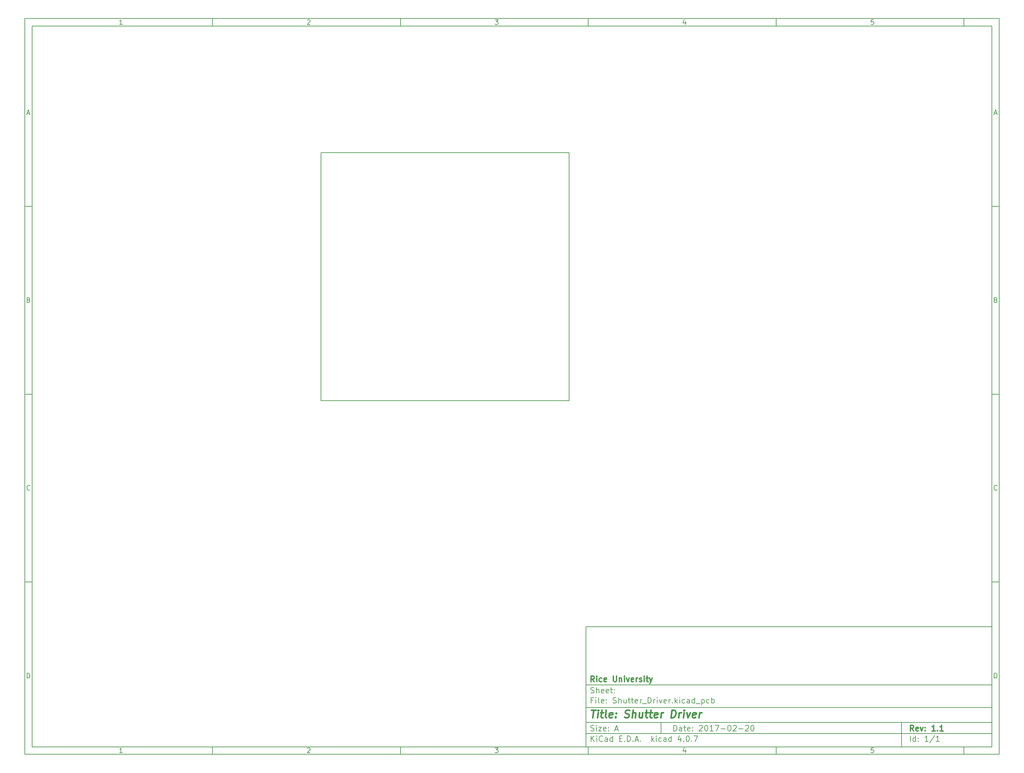
<source format=gm1>
%TF.GenerationSoftware,KiCad,Pcbnew,4.0.7*%
%TF.CreationDate,2018-02-11T16:58:38-06:00*%
%TF.ProjectId,Shutter_Driver,536875747465725F4472697665722E6B,1.1*%
%TF.FileFunction,Profile,NP*%
%FSLAX46Y46*%
G04 Gerber Fmt 4.6, Leading zero omitted, Abs format (unit mm)*
G04 Created by KiCad (PCBNEW 4.0.7) date 02/11/18 16:58:38*
%MOMM*%
%LPD*%
G01*
G04 APERTURE LIST*
%ADD10C,0.100000*%
%ADD11C,0.150000*%
%ADD12C,0.300000*%
%ADD13C,0.400000*%
G04 APERTURE END LIST*
D10*
D11*
X159400000Y-171900000D02*
X159400000Y-203900000D01*
X267400000Y-203900000D01*
X267400000Y-171900000D01*
X159400000Y-171900000D01*
D10*
D11*
X10000000Y-10000000D02*
X10000000Y-205900000D01*
X269400000Y-205900000D01*
X269400000Y-10000000D01*
X10000000Y-10000000D01*
D10*
D11*
X12000000Y-12000000D02*
X12000000Y-203900000D01*
X267400000Y-203900000D01*
X267400000Y-12000000D01*
X12000000Y-12000000D01*
D10*
D11*
X60000000Y-12000000D02*
X60000000Y-10000000D01*
D10*
D11*
X110000000Y-12000000D02*
X110000000Y-10000000D01*
D10*
D11*
X160000000Y-12000000D02*
X160000000Y-10000000D01*
D10*
D11*
X210000000Y-12000000D02*
X210000000Y-10000000D01*
D10*
D11*
X260000000Y-12000000D02*
X260000000Y-10000000D01*
D10*
D11*
X35990476Y-11588095D02*
X35247619Y-11588095D01*
X35619048Y-11588095D02*
X35619048Y-10288095D01*
X35495238Y-10473810D01*
X35371429Y-10597619D01*
X35247619Y-10659524D01*
D10*
D11*
X85247619Y-10411905D02*
X85309524Y-10350000D01*
X85433333Y-10288095D01*
X85742857Y-10288095D01*
X85866667Y-10350000D01*
X85928571Y-10411905D01*
X85990476Y-10535714D01*
X85990476Y-10659524D01*
X85928571Y-10845238D01*
X85185714Y-11588095D01*
X85990476Y-11588095D01*
D10*
D11*
X135185714Y-10288095D02*
X135990476Y-10288095D01*
X135557143Y-10783333D01*
X135742857Y-10783333D01*
X135866667Y-10845238D01*
X135928571Y-10907143D01*
X135990476Y-11030952D01*
X135990476Y-11340476D01*
X135928571Y-11464286D01*
X135866667Y-11526190D01*
X135742857Y-11588095D01*
X135371429Y-11588095D01*
X135247619Y-11526190D01*
X135185714Y-11464286D01*
D10*
D11*
X185866667Y-10721429D02*
X185866667Y-11588095D01*
X185557143Y-10226190D02*
X185247619Y-11154762D01*
X186052381Y-11154762D01*
D10*
D11*
X235928571Y-10288095D02*
X235309524Y-10288095D01*
X235247619Y-10907143D01*
X235309524Y-10845238D01*
X235433333Y-10783333D01*
X235742857Y-10783333D01*
X235866667Y-10845238D01*
X235928571Y-10907143D01*
X235990476Y-11030952D01*
X235990476Y-11340476D01*
X235928571Y-11464286D01*
X235866667Y-11526190D01*
X235742857Y-11588095D01*
X235433333Y-11588095D01*
X235309524Y-11526190D01*
X235247619Y-11464286D01*
D10*
D11*
X60000000Y-203900000D02*
X60000000Y-205900000D01*
D10*
D11*
X110000000Y-203900000D02*
X110000000Y-205900000D01*
D10*
D11*
X160000000Y-203900000D02*
X160000000Y-205900000D01*
D10*
D11*
X210000000Y-203900000D02*
X210000000Y-205900000D01*
D10*
D11*
X260000000Y-203900000D02*
X260000000Y-205900000D01*
D10*
D11*
X35990476Y-205488095D02*
X35247619Y-205488095D01*
X35619048Y-205488095D02*
X35619048Y-204188095D01*
X35495238Y-204373810D01*
X35371429Y-204497619D01*
X35247619Y-204559524D01*
D10*
D11*
X85247619Y-204311905D02*
X85309524Y-204250000D01*
X85433333Y-204188095D01*
X85742857Y-204188095D01*
X85866667Y-204250000D01*
X85928571Y-204311905D01*
X85990476Y-204435714D01*
X85990476Y-204559524D01*
X85928571Y-204745238D01*
X85185714Y-205488095D01*
X85990476Y-205488095D01*
D10*
D11*
X135185714Y-204188095D02*
X135990476Y-204188095D01*
X135557143Y-204683333D01*
X135742857Y-204683333D01*
X135866667Y-204745238D01*
X135928571Y-204807143D01*
X135990476Y-204930952D01*
X135990476Y-205240476D01*
X135928571Y-205364286D01*
X135866667Y-205426190D01*
X135742857Y-205488095D01*
X135371429Y-205488095D01*
X135247619Y-205426190D01*
X135185714Y-205364286D01*
D10*
D11*
X185866667Y-204621429D02*
X185866667Y-205488095D01*
X185557143Y-204126190D02*
X185247619Y-205054762D01*
X186052381Y-205054762D01*
D10*
D11*
X235928571Y-204188095D02*
X235309524Y-204188095D01*
X235247619Y-204807143D01*
X235309524Y-204745238D01*
X235433333Y-204683333D01*
X235742857Y-204683333D01*
X235866667Y-204745238D01*
X235928571Y-204807143D01*
X235990476Y-204930952D01*
X235990476Y-205240476D01*
X235928571Y-205364286D01*
X235866667Y-205426190D01*
X235742857Y-205488095D01*
X235433333Y-205488095D01*
X235309524Y-205426190D01*
X235247619Y-205364286D01*
D10*
D11*
X10000000Y-60000000D02*
X12000000Y-60000000D01*
D10*
D11*
X10000000Y-110000000D02*
X12000000Y-110000000D01*
D10*
D11*
X10000000Y-160000000D02*
X12000000Y-160000000D01*
D10*
D11*
X10690476Y-35216667D02*
X11309524Y-35216667D01*
X10566667Y-35588095D02*
X11000000Y-34288095D01*
X11433333Y-35588095D01*
D10*
D11*
X11092857Y-84907143D02*
X11278571Y-84969048D01*
X11340476Y-85030952D01*
X11402381Y-85154762D01*
X11402381Y-85340476D01*
X11340476Y-85464286D01*
X11278571Y-85526190D01*
X11154762Y-85588095D01*
X10659524Y-85588095D01*
X10659524Y-84288095D01*
X11092857Y-84288095D01*
X11216667Y-84350000D01*
X11278571Y-84411905D01*
X11340476Y-84535714D01*
X11340476Y-84659524D01*
X11278571Y-84783333D01*
X11216667Y-84845238D01*
X11092857Y-84907143D01*
X10659524Y-84907143D01*
D10*
D11*
X11402381Y-135464286D02*
X11340476Y-135526190D01*
X11154762Y-135588095D01*
X11030952Y-135588095D01*
X10845238Y-135526190D01*
X10721429Y-135402381D01*
X10659524Y-135278571D01*
X10597619Y-135030952D01*
X10597619Y-134845238D01*
X10659524Y-134597619D01*
X10721429Y-134473810D01*
X10845238Y-134350000D01*
X11030952Y-134288095D01*
X11154762Y-134288095D01*
X11340476Y-134350000D01*
X11402381Y-134411905D01*
D10*
D11*
X10659524Y-185588095D02*
X10659524Y-184288095D01*
X10969048Y-184288095D01*
X11154762Y-184350000D01*
X11278571Y-184473810D01*
X11340476Y-184597619D01*
X11402381Y-184845238D01*
X11402381Y-185030952D01*
X11340476Y-185278571D01*
X11278571Y-185402381D01*
X11154762Y-185526190D01*
X10969048Y-185588095D01*
X10659524Y-185588095D01*
D10*
D11*
X269400000Y-60000000D02*
X267400000Y-60000000D01*
D10*
D11*
X269400000Y-110000000D02*
X267400000Y-110000000D01*
D10*
D11*
X269400000Y-160000000D02*
X267400000Y-160000000D01*
D10*
D11*
X268090476Y-35216667D02*
X268709524Y-35216667D01*
X267966667Y-35588095D02*
X268400000Y-34288095D01*
X268833333Y-35588095D01*
D10*
D11*
X268492857Y-84907143D02*
X268678571Y-84969048D01*
X268740476Y-85030952D01*
X268802381Y-85154762D01*
X268802381Y-85340476D01*
X268740476Y-85464286D01*
X268678571Y-85526190D01*
X268554762Y-85588095D01*
X268059524Y-85588095D01*
X268059524Y-84288095D01*
X268492857Y-84288095D01*
X268616667Y-84350000D01*
X268678571Y-84411905D01*
X268740476Y-84535714D01*
X268740476Y-84659524D01*
X268678571Y-84783333D01*
X268616667Y-84845238D01*
X268492857Y-84907143D01*
X268059524Y-84907143D01*
D10*
D11*
X268802381Y-135464286D02*
X268740476Y-135526190D01*
X268554762Y-135588095D01*
X268430952Y-135588095D01*
X268245238Y-135526190D01*
X268121429Y-135402381D01*
X268059524Y-135278571D01*
X267997619Y-135030952D01*
X267997619Y-134845238D01*
X268059524Y-134597619D01*
X268121429Y-134473810D01*
X268245238Y-134350000D01*
X268430952Y-134288095D01*
X268554762Y-134288095D01*
X268740476Y-134350000D01*
X268802381Y-134411905D01*
D10*
D11*
X268059524Y-185588095D02*
X268059524Y-184288095D01*
X268369048Y-184288095D01*
X268554762Y-184350000D01*
X268678571Y-184473810D01*
X268740476Y-184597619D01*
X268802381Y-184845238D01*
X268802381Y-185030952D01*
X268740476Y-185278571D01*
X268678571Y-185402381D01*
X268554762Y-185526190D01*
X268369048Y-185588095D01*
X268059524Y-185588095D01*
D10*
D11*
X182757143Y-199678571D02*
X182757143Y-198178571D01*
X183114286Y-198178571D01*
X183328571Y-198250000D01*
X183471429Y-198392857D01*
X183542857Y-198535714D01*
X183614286Y-198821429D01*
X183614286Y-199035714D01*
X183542857Y-199321429D01*
X183471429Y-199464286D01*
X183328571Y-199607143D01*
X183114286Y-199678571D01*
X182757143Y-199678571D01*
X184900000Y-199678571D02*
X184900000Y-198892857D01*
X184828571Y-198750000D01*
X184685714Y-198678571D01*
X184400000Y-198678571D01*
X184257143Y-198750000D01*
X184900000Y-199607143D02*
X184757143Y-199678571D01*
X184400000Y-199678571D01*
X184257143Y-199607143D01*
X184185714Y-199464286D01*
X184185714Y-199321429D01*
X184257143Y-199178571D01*
X184400000Y-199107143D01*
X184757143Y-199107143D01*
X184900000Y-199035714D01*
X185400000Y-198678571D02*
X185971429Y-198678571D01*
X185614286Y-198178571D02*
X185614286Y-199464286D01*
X185685714Y-199607143D01*
X185828572Y-199678571D01*
X185971429Y-199678571D01*
X187042857Y-199607143D02*
X186900000Y-199678571D01*
X186614286Y-199678571D01*
X186471429Y-199607143D01*
X186400000Y-199464286D01*
X186400000Y-198892857D01*
X186471429Y-198750000D01*
X186614286Y-198678571D01*
X186900000Y-198678571D01*
X187042857Y-198750000D01*
X187114286Y-198892857D01*
X187114286Y-199035714D01*
X186400000Y-199178571D01*
X187757143Y-199535714D02*
X187828571Y-199607143D01*
X187757143Y-199678571D01*
X187685714Y-199607143D01*
X187757143Y-199535714D01*
X187757143Y-199678571D01*
X187757143Y-198750000D02*
X187828571Y-198821429D01*
X187757143Y-198892857D01*
X187685714Y-198821429D01*
X187757143Y-198750000D01*
X187757143Y-198892857D01*
X189542857Y-198321429D02*
X189614286Y-198250000D01*
X189757143Y-198178571D01*
X190114286Y-198178571D01*
X190257143Y-198250000D01*
X190328572Y-198321429D01*
X190400000Y-198464286D01*
X190400000Y-198607143D01*
X190328572Y-198821429D01*
X189471429Y-199678571D01*
X190400000Y-199678571D01*
X191328571Y-198178571D02*
X191471428Y-198178571D01*
X191614285Y-198250000D01*
X191685714Y-198321429D01*
X191757143Y-198464286D01*
X191828571Y-198750000D01*
X191828571Y-199107143D01*
X191757143Y-199392857D01*
X191685714Y-199535714D01*
X191614285Y-199607143D01*
X191471428Y-199678571D01*
X191328571Y-199678571D01*
X191185714Y-199607143D01*
X191114285Y-199535714D01*
X191042857Y-199392857D01*
X190971428Y-199107143D01*
X190971428Y-198750000D01*
X191042857Y-198464286D01*
X191114285Y-198321429D01*
X191185714Y-198250000D01*
X191328571Y-198178571D01*
X193257142Y-199678571D02*
X192399999Y-199678571D01*
X192828571Y-199678571D02*
X192828571Y-198178571D01*
X192685714Y-198392857D01*
X192542856Y-198535714D01*
X192399999Y-198607143D01*
X193757142Y-198178571D02*
X194757142Y-198178571D01*
X194114285Y-199678571D01*
X195328570Y-199107143D02*
X196471427Y-199107143D01*
X197471427Y-198178571D02*
X197614284Y-198178571D01*
X197757141Y-198250000D01*
X197828570Y-198321429D01*
X197899999Y-198464286D01*
X197971427Y-198750000D01*
X197971427Y-199107143D01*
X197899999Y-199392857D01*
X197828570Y-199535714D01*
X197757141Y-199607143D01*
X197614284Y-199678571D01*
X197471427Y-199678571D01*
X197328570Y-199607143D01*
X197257141Y-199535714D01*
X197185713Y-199392857D01*
X197114284Y-199107143D01*
X197114284Y-198750000D01*
X197185713Y-198464286D01*
X197257141Y-198321429D01*
X197328570Y-198250000D01*
X197471427Y-198178571D01*
X198542855Y-198321429D02*
X198614284Y-198250000D01*
X198757141Y-198178571D01*
X199114284Y-198178571D01*
X199257141Y-198250000D01*
X199328570Y-198321429D01*
X199399998Y-198464286D01*
X199399998Y-198607143D01*
X199328570Y-198821429D01*
X198471427Y-199678571D01*
X199399998Y-199678571D01*
X200042855Y-199107143D02*
X201185712Y-199107143D01*
X201828569Y-198321429D02*
X201899998Y-198250000D01*
X202042855Y-198178571D01*
X202399998Y-198178571D01*
X202542855Y-198250000D01*
X202614284Y-198321429D01*
X202685712Y-198464286D01*
X202685712Y-198607143D01*
X202614284Y-198821429D01*
X201757141Y-199678571D01*
X202685712Y-199678571D01*
X203614283Y-198178571D02*
X203757140Y-198178571D01*
X203899997Y-198250000D01*
X203971426Y-198321429D01*
X204042855Y-198464286D01*
X204114283Y-198750000D01*
X204114283Y-199107143D01*
X204042855Y-199392857D01*
X203971426Y-199535714D01*
X203899997Y-199607143D01*
X203757140Y-199678571D01*
X203614283Y-199678571D01*
X203471426Y-199607143D01*
X203399997Y-199535714D01*
X203328569Y-199392857D01*
X203257140Y-199107143D01*
X203257140Y-198750000D01*
X203328569Y-198464286D01*
X203399997Y-198321429D01*
X203471426Y-198250000D01*
X203614283Y-198178571D01*
D10*
D11*
X159400000Y-200400000D02*
X267400000Y-200400000D01*
D10*
D11*
X160757143Y-202478571D02*
X160757143Y-200978571D01*
X161614286Y-202478571D02*
X160971429Y-201621429D01*
X161614286Y-200978571D02*
X160757143Y-201835714D01*
X162257143Y-202478571D02*
X162257143Y-201478571D01*
X162257143Y-200978571D02*
X162185714Y-201050000D01*
X162257143Y-201121429D01*
X162328571Y-201050000D01*
X162257143Y-200978571D01*
X162257143Y-201121429D01*
X163828572Y-202335714D02*
X163757143Y-202407143D01*
X163542857Y-202478571D01*
X163400000Y-202478571D01*
X163185715Y-202407143D01*
X163042857Y-202264286D01*
X162971429Y-202121429D01*
X162900000Y-201835714D01*
X162900000Y-201621429D01*
X162971429Y-201335714D01*
X163042857Y-201192857D01*
X163185715Y-201050000D01*
X163400000Y-200978571D01*
X163542857Y-200978571D01*
X163757143Y-201050000D01*
X163828572Y-201121429D01*
X165114286Y-202478571D02*
X165114286Y-201692857D01*
X165042857Y-201550000D01*
X164900000Y-201478571D01*
X164614286Y-201478571D01*
X164471429Y-201550000D01*
X165114286Y-202407143D02*
X164971429Y-202478571D01*
X164614286Y-202478571D01*
X164471429Y-202407143D01*
X164400000Y-202264286D01*
X164400000Y-202121429D01*
X164471429Y-201978571D01*
X164614286Y-201907143D01*
X164971429Y-201907143D01*
X165114286Y-201835714D01*
X166471429Y-202478571D02*
X166471429Y-200978571D01*
X166471429Y-202407143D02*
X166328572Y-202478571D01*
X166042858Y-202478571D01*
X165900000Y-202407143D01*
X165828572Y-202335714D01*
X165757143Y-202192857D01*
X165757143Y-201764286D01*
X165828572Y-201621429D01*
X165900000Y-201550000D01*
X166042858Y-201478571D01*
X166328572Y-201478571D01*
X166471429Y-201550000D01*
X168328572Y-201692857D02*
X168828572Y-201692857D01*
X169042858Y-202478571D02*
X168328572Y-202478571D01*
X168328572Y-200978571D01*
X169042858Y-200978571D01*
X169685715Y-202335714D02*
X169757143Y-202407143D01*
X169685715Y-202478571D01*
X169614286Y-202407143D01*
X169685715Y-202335714D01*
X169685715Y-202478571D01*
X170400001Y-202478571D02*
X170400001Y-200978571D01*
X170757144Y-200978571D01*
X170971429Y-201050000D01*
X171114287Y-201192857D01*
X171185715Y-201335714D01*
X171257144Y-201621429D01*
X171257144Y-201835714D01*
X171185715Y-202121429D01*
X171114287Y-202264286D01*
X170971429Y-202407143D01*
X170757144Y-202478571D01*
X170400001Y-202478571D01*
X171900001Y-202335714D02*
X171971429Y-202407143D01*
X171900001Y-202478571D01*
X171828572Y-202407143D01*
X171900001Y-202335714D01*
X171900001Y-202478571D01*
X172542858Y-202050000D02*
X173257144Y-202050000D01*
X172400001Y-202478571D02*
X172900001Y-200978571D01*
X173400001Y-202478571D01*
X173900001Y-202335714D02*
X173971429Y-202407143D01*
X173900001Y-202478571D01*
X173828572Y-202407143D01*
X173900001Y-202335714D01*
X173900001Y-202478571D01*
X176900001Y-202478571D02*
X176900001Y-200978571D01*
X177042858Y-201907143D02*
X177471429Y-202478571D01*
X177471429Y-201478571D02*
X176900001Y-202050000D01*
X178114287Y-202478571D02*
X178114287Y-201478571D01*
X178114287Y-200978571D02*
X178042858Y-201050000D01*
X178114287Y-201121429D01*
X178185715Y-201050000D01*
X178114287Y-200978571D01*
X178114287Y-201121429D01*
X179471430Y-202407143D02*
X179328573Y-202478571D01*
X179042859Y-202478571D01*
X178900001Y-202407143D01*
X178828573Y-202335714D01*
X178757144Y-202192857D01*
X178757144Y-201764286D01*
X178828573Y-201621429D01*
X178900001Y-201550000D01*
X179042859Y-201478571D01*
X179328573Y-201478571D01*
X179471430Y-201550000D01*
X180757144Y-202478571D02*
X180757144Y-201692857D01*
X180685715Y-201550000D01*
X180542858Y-201478571D01*
X180257144Y-201478571D01*
X180114287Y-201550000D01*
X180757144Y-202407143D02*
X180614287Y-202478571D01*
X180257144Y-202478571D01*
X180114287Y-202407143D01*
X180042858Y-202264286D01*
X180042858Y-202121429D01*
X180114287Y-201978571D01*
X180257144Y-201907143D01*
X180614287Y-201907143D01*
X180757144Y-201835714D01*
X182114287Y-202478571D02*
X182114287Y-200978571D01*
X182114287Y-202407143D02*
X181971430Y-202478571D01*
X181685716Y-202478571D01*
X181542858Y-202407143D01*
X181471430Y-202335714D01*
X181400001Y-202192857D01*
X181400001Y-201764286D01*
X181471430Y-201621429D01*
X181542858Y-201550000D01*
X181685716Y-201478571D01*
X181971430Y-201478571D01*
X182114287Y-201550000D01*
X184614287Y-201478571D02*
X184614287Y-202478571D01*
X184257144Y-200907143D02*
X183900001Y-201978571D01*
X184828573Y-201978571D01*
X185400001Y-202335714D02*
X185471429Y-202407143D01*
X185400001Y-202478571D01*
X185328572Y-202407143D01*
X185400001Y-202335714D01*
X185400001Y-202478571D01*
X186400001Y-200978571D02*
X186542858Y-200978571D01*
X186685715Y-201050000D01*
X186757144Y-201121429D01*
X186828573Y-201264286D01*
X186900001Y-201550000D01*
X186900001Y-201907143D01*
X186828573Y-202192857D01*
X186757144Y-202335714D01*
X186685715Y-202407143D01*
X186542858Y-202478571D01*
X186400001Y-202478571D01*
X186257144Y-202407143D01*
X186185715Y-202335714D01*
X186114287Y-202192857D01*
X186042858Y-201907143D01*
X186042858Y-201550000D01*
X186114287Y-201264286D01*
X186185715Y-201121429D01*
X186257144Y-201050000D01*
X186400001Y-200978571D01*
X187542858Y-202335714D02*
X187614286Y-202407143D01*
X187542858Y-202478571D01*
X187471429Y-202407143D01*
X187542858Y-202335714D01*
X187542858Y-202478571D01*
X188114287Y-200978571D02*
X189114287Y-200978571D01*
X188471430Y-202478571D01*
D10*
D11*
X159400000Y-197400000D02*
X267400000Y-197400000D01*
D10*
D12*
X246614286Y-199678571D02*
X246114286Y-198964286D01*
X245757143Y-199678571D02*
X245757143Y-198178571D01*
X246328571Y-198178571D01*
X246471429Y-198250000D01*
X246542857Y-198321429D01*
X246614286Y-198464286D01*
X246614286Y-198678571D01*
X246542857Y-198821429D01*
X246471429Y-198892857D01*
X246328571Y-198964286D01*
X245757143Y-198964286D01*
X247828571Y-199607143D02*
X247685714Y-199678571D01*
X247400000Y-199678571D01*
X247257143Y-199607143D01*
X247185714Y-199464286D01*
X247185714Y-198892857D01*
X247257143Y-198750000D01*
X247400000Y-198678571D01*
X247685714Y-198678571D01*
X247828571Y-198750000D01*
X247900000Y-198892857D01*
X247900000Y-199035714D01*
X247185714Y-199178571D01*
X248400000Y-198678571D02*
X248757143Y-199678571D01*
X249114285Y-198678571D01*
X249685714Y-199535714D02*
X249757142Y-199607143D01*
X249685714Y-199678571D01*
X249614285Y-199607143D01*
X249685714Y-199535714D01*
X249685714Y-199678571D01*
X249685714Y-198750000D02*
X249757142Y-198821429D01*
X249685714Y-198892857D01*
X249614285Y-198821429D01*
X249685714Y-198750000D01*
X249685714Y-198892857D01*
X252328571Y-199678571D02*
X251471428Y-199678571D01*
X251900000Y-199678571D02*
X251900000Y-198178571D01*
X251757143Y-198392857D01*
X251614285Y-198535714D01*
X251471428Y-198607143D01*
X252971428Y-199535714D02*
X253042856Y-199607143D01*
X252971428Y-199678571D01*
X252899999Y-199607143D01*
X252971428Y-199535714D01*
X252971428Y-199678571D01*
X254471428Y-199678571D02*
X253614285Y-199678571D01*
X254042857Y-199678571D02*
X254042857Y-198178571D01*
X253900000Y-198392857D01*
X253757142Y-198535714D01*
X253614285Y-198607143D01*
D10*
D11*
X160685714Y-199607143D02*
X160900000Y-199678571D01*
X161257143Y-199678571D01*
X161400000Y-199607143D01*
X161471429Y-199535714D01*
X161542857Y-199392857D01*
X161542857Y-199250000D01*
X161471429Y-199107143D01*
X161400000Y-199035714D01*
X161257143Y-198964286D01*
X160971429Y-198892857D01*
X160828571Y-198821429D01*
X160757143Y-198750000D01*
X160685714Y-198607143D01*
X160685714Y-198464286D01*
X160757143Y-198321429D01*
X160828571Y-198250000D01*
X160971429Y-198178571D01*
X161328571Y-198178571D01*
X161542857Y-198250000D01*
X162185714Y-199678571D02*
X162185714Y-198678571D01*
X162185714Y-198178571D02*
X162114285Y-198250000D01*
X162185714Y-198321429D01*
X162257142Y-198250000D01*
X162185714Y-198178571D01*
X162185714Y-198321429D01*
X162757143Y-198678571D02*
X163542857Y-198678571D01*
X162757143Y-199678571D01*
X163542857Y-199678571D01*
X164685714Y-199607143D02*
X164542857Y-199678571D01*
X164257143Y-199678571D01*
X164114286Y-199607143D01*
X164042857Y-199464286D01*
X164042857Y-198892857D01*
X164114286Y-198750000D01*
X164257143Y-198678571D01*
X164542857Y-198678571D01*
X164685714Y-198750000D01*
X164757143Y-198892857D01*
X164757143Y-199035714D01*
X164042857Y-199178571D01*
X165400000Y-199535714D02*
X165471428Y-199607143D01*
X165400000Y-199678571D01*
X165328571Y-199607143D01*
X165400000Y-199535714D01*
X165400000Y-199678571D01*
X165400000Y-198750000D02*
X165471428Y-198821429D01*
X165400000Y-198892857D01*
X165328571Y-198821429D01*
X165400000Y-198750000D01*
X165400000Y-198892857D01*
X167185714Y-199250000D02*
X167900000Y-199250000D01*
X167042857Y-199678571D02*
X167542857Y-198178571D01*
X168042857Y-199678571D01*
D10*
D11*
X245757143Y-202478571D02*
X245757143Y-200978571D01*
X247114286Y-202478571D02*
X247114286Y-200978571D01*
X247114286Y-202407143D02*
X246971429Y-202478571D01*
X246685715Y-202478571D01*
X246542857Y-202407143D01*
X246471429Y-202335714D01*
X246400000Y-202192857D01*
X246400000Y-201764286D01*
X246471429Y-201621429D01*
X246542857Y-201550000D01*
X246685715Y-201478571D01*
X246971429Y-201478571D01*
X247114286Y-201550000D01*
X247828572Y-202335714D02*
X247900000Y-202407143D01*
X247828572Y-202478571D01*
X247757143Y-202407143D01*
X247828572Y-202335714D01*
X247828572Y-202478571D01*
X247828572Y-201550000D02*
X247900000Y-201621429D01*
X247828572Y-201692857D01*
X247757143Y-201621429D01*
X247828572Y-201550000D01*
X247828572Y-201692857D01*
X250471429Y-202478571D02*
X249614286Y-202478571D01*
X250042858Y-202478571D02*
X250042858Y-200978571D01*
X249900001Y-201192857D01*
X249757143Y-201335714D01*
X249614286Y-201407143D01*
X252185714Y-200907143D02*
X250900000Y-202835714D01*
X253471429Y-202478571D02*
X252614286Y-202478571D01*
X253042858Y-202478571D02*
X253042858Y-200978571D01*
X252900001Y-201192857D01*
X252757143Y-201335714D01*
X252614286Y-201407143D01*
D10*
D11*
X159400000Y-193400000D02*
X267400000Y-193400000D01*
D10*
D13*
X160852381Y-194104762D02*
X161995238Y-194104762D01*
X161173810Y-196104762D02*
X161423810Y-194104762D01*
X162411905Y-196104762D02*
X162578571Y-194771429D01*
X162661905Y-194104762D02*
X162554762Y-194200000D01*
X162638095Y-194295238D01*
X162745239Y-194200000D01*
X162661905Y-194104762D01*
X162638095Y-194295238D01*
X163245238Y-194771429D02*
X164007143Y-194771429D01*
X163614286Y-194104762D02*
X163400000Y-195819048D01*
X163471430Y-196009524D01*
X163650001Y-196104762D01*
X163840477Y-196104762D01*
X164792858Y-196104762D02*
X164614287Y-196009524D01*
X164542857Y-195819048D01*
X164757143Y-194104762D01*
X166328572Y-196009524D02*
X166126191Y-196104762D01*
X165745239Y-196104762D01*
X165566667Y-196009524D01*
X165495238Y-195819048D01*
X165590476Y-195057143D01*
X165709524Y-194866667D01*
X165911905Y-194771429D01*
X166292857Y-194771429D01*
X166471429Y-194866667D01*
X166542857Y-195057143D01*
X166519048Y-195247619D01*
X165542857Y-195438095D01*
X167292857Y-195914286D02*
X167376192Y-196009524D01*
X167269048Y-196104762D01*
X167185715Y-196009524D01*
X167292857Y-195914286D01*
X167269048Y-196104762D01*
X167423810Y-194866667D02*
X167507144Y-194961905D01*
X167400000Y-195057143D01*
X167316667Y-194961905D01*
X167423810Y-194866667D01*
X167400000Y-195057143D01*
X169661906Y-196009524D02*
X169935716Y-196104762D01*
X170411906Y-196104762D01*
X170614287Y-196009524D01*
X170721429Y-195914286D01*
X170840478Y-195723810D01*
X170864287Y-195533333D01*
X170792858Y-195342857D01*
X170709525Y-195247619D01*
X170530953Y-195152381D01*
X170161906Y-195057143D01*
X169983335Y-194961905D01*
X169900001Y-194866667D01*
X169828572Y-194676190D01*
X169852382Y-194485714D01*
X169971429Y-194295238D01*
X170078573Y-194200000D01*
X170280954Y-194104762D01*
X170757144Y-194104762D01*
X171030954Y-194200000D01*
X171650001Y-196104762D02*
X171900001Y-194104762D01*
X172507144Y-196104762D02*
X172638096Y-195057143D01*
X172566668Y-194866667D01*
X172388096Y-194771429D01*
X172102382Y-194771429D01*
X171900002Y-194866667D01*
X171792858Y-194961905D01*
X174483334Y-194771429D02*
X174316668Y-196104762D01*
X173626191Y-194771429D02*
X173495239Y-195819048D01*
X173566669Y-196009524D01*
X173745240Y-196104762D01*
X174030954Y-196104762D01*
X174233335Y-196009524D01*
X174340477Y-195914286D01*
X175150001Y-194771429D02*
X175911906Y-194771429D01*
X175519049Y-194104762D02*
X175304763Y-195819048D01*
X175376193Y-196009524D01*
X175554764Y-196104762D01*
X175745240Y-196104762D01*
X176292858Y-194771429D02*
X177054763Y-194771429D01*
X176661906Y-194104762D02*
X176447620Y-195819048D01*
X176519050Y-196009524D01*
X176697621Y-196104762D01*
X176888097Y-196104762D01*
X178328573Y-196009524D02*
X178126192Y-196104762D01*
X177745240Y-196104762D01*
X177566668Y-196009524D01*
X177495239Y-195819048D01*
X177590477Y-195057143D01*
X177709525Y-194866667D01*
X177911906Y-194771429D01*
X178292858Y-194771429D01*
X178471430Y-194866667D01*
X178542858Y-195057143D01*
X178519049Y-195247619D01*
X177542858Y-195438095D01*
X179269049Y-196104762D02*
X179435715Y-194771429D01*
X179388096Y-195152381D02*
X179507145Y-194961905D01*
X179614288Y-194866667D01*
X179816668Y-194771429D01*
X180007144Y-194771429D01*
X182030954Y-196104762D02*
X182280954Y-194104762D01*
X182757145Y-194104762D01*
X183030954Y-194200000D01*
X183197621Y-194390476D01*
X183269050Y-194580952D01*
X183316669Y-194961905D01*
X183280955Y-195247619D01*
X183138098Y-195628571D01*
X183019049Y-195819048D01*
X182804764Y-196009524D01*
X182507145Y-196104762D01*
X182030954Y-196104762D01*
X184030954Y-196104762D02*
X184197620Y-194771429D01*
X184150001Y-195152381D02*
X184269050Y-194961905D01*
X184376193Y-194866667D01*
X184578573Y-194771429D01*
X184769049Y-194771429D01*
X185269049Y-196104762D02*
X185435715Y-194771429D01*
X185519049Y-194104762D02*
X185411906Y-194200000D01*
X185495239Y-194295238D01*
X185602383Y-194200000D01*
X185519049Y-194104762D01*
X185495239Y-194295238D01*
X186197620Y-194771429D02*
X186507145Y-196104762D01*
X187150001Y-194771429D01*
X188519050Y-196009524D02*
X188316669Y-196104762D01*
X187935717Y-196104762D01*
X187757145Y-196009524D01*
X187685716Y-195819048D01*
X187780954Y-195057143D01*
X187900002Y-194866667D01*
X188102383Y-194771429D01*
X188483335Y-194771429D01*
X188661907Y-194866667D01*
X188733335Y-195057143D01*
X188709526Y-195247619D01*
X187733335Y-195438095D01*
X189459526Y-196104762D02*
X189626192Y-194771429D01*
X189578573Y-195152381D02*
X189697622Y-194961905D01*
X189804765Y-194866667D01*
X190007145Y-194771429D01*
X190197621Y-194771429D01*
D10*
D11*
X161257143Y-191492857D02*
X160757143Y-191492857D01*
X160757143Y-192278571D02*
X160757143Y-190778571D01*
X161471429Y-190778571D01*
X162042857Y-192278571D02*
X162042857Y-191278571D01*
X162042857Y-190778571D02*
X161971428Y-190850000D01*
X162042857Y-190921429D01*
X162114285Y-190850000D01*
X162042857Y-190778571D01*
X162042857Y-190921429D01*
X162971429Y-192278571D02*
X162828571Y-192207143D01*
X162757143Y-192064286D01*
X162757143Y-190778571D01*
X164114285Y-192207143D02*
X163971428Y-192278571D01*
X163685714Y-192278571D01*
X163542857Y-192207143D01*
X163471428Y-192064286D01*
X163471428Y-191492857D01*
X163542857Y-191350000D01*
X163685714Y-191278571D01*
X163971428Y-191278571D01*
X164114285Y-191350000D01*
X164185714Y-191492857D01*
X164185714Y-191635714D01*
X163471428Y-191778571D01*
X164828571Y-192135714D02*
X164899999Y-192207143D01*
X164828571Y-192278571D01*
X164757142Y-192207143D01*
X164828571Y-192135714D01*
X164828571Y-192278571D01*
X164828571Y-191350000D02*
X164899999Y-191421429D01*
X164828571Y-191492857D01*
X164757142Y-191421429D01*
X164828571Y-191350000D01*
X164828571Y-191492857D01*
X166614285Y-192207143D02*
X166828571Y-192278571D01*
X167185714Y-192278571D01*
X167328571Y-192207143D01*
X167400000Y-192135714D01*
X167471428Y-191992857D01*
X167471428Y-191850000D01*
X167400000Y-191707143D01*
X167328571Y-191635714D01*
X167185714Y-191564286D01*
X166900000Y-191492857D01*
X166757142Y-191421429D01*
X166685714Y-191350000D01*
X166614285Y-191207143D01*
X166614285Y-191064286D01*
X166685714Y-190921429D01*
X166757142Y-190850000D01*
X166900000Y-190778571D01*
X167257142Y-190778571D01*
X167471428Y-190850000D01*
X168114285Y-192278571D02*
X168114285Y-190778571D01*
X168757142Y-192278571D02*
X168757142Y-191492857D01*
X168685713Y-191350000D01*
X168542856Y-191278571D01*
X168328571Y-191278571D01*
X168185713Y-191350000D01*
X168114285Y-191421429D01*
X170114285Y-191278571D02*
X170114285Y-192278571D01*
X169471428Y-191278571D02*
X169471428Y-192064286D01*
X169542856Y-192207143D01*
X169685714Y-192278571D01*
X169899999Y-192278571D01*
X170042856Y-192207143D01*
X170114285Y-192135714D01*
X170614285Y-191278571D02*
X171185714Y-191278571D01*
X170828571Y-190778571D02*
X170828571Y-192064286D01*
X170899999Y-192207143D01*
X171042857Y-192278571D01*
X171185714Y-192278571D01*
X171471428Y-191278571D02*
X172042857Y-191278571D01*
X171685714Y-190778571D02*
X171685714Y-192064286D01*
X171757142Y-192207143D01*
X171900000Y-192278571D01*
X172042857Y-192278571D01*
X173114285Y-192207143D02*
X172971428Y-192278571D01*
X172685714Y-192278571D01*
X172542857Y-192207143D01*
X172471428Y-192064286D01*
X172471428Y-191492857D01*
X172542857Y-191350000D01*
X172685714Y-191278571D01*
X172971428Y-191278571D01*
X173114285Y-191350000D01*
X173185714Y-191492857D01*
X173185714Y-191635714D01*
X172471428Y-191778571D01*
X173828571Y-192278571D02*
X173828571Y-191278571D01*
X173828571Y-191564286D02*
X173899999Y-191421429D01*
X173971428Y-191350000D01*
X174114285Y-191278571D01*
X174257142Y-191278571D01*
X174399999Y-192421429D02*
X175542856Y-192421429D01*
X175899999Y-192278571D02*
X175899999Y-190778571D01*
X176257142Y-190778571D01*
X176471427Y-190850000D01*
X176614285Y-190992857D01*
X176685713Y-191135714D01*
X176757142Y-191421429D01*
X176757142Y-191635714D01*
X176685713Y-191921429D01*
X176614285Y-192064286D01*
X176471427Y-192207143D01*
X176257142Y-192278571D01*
X175899999Y-192278571D01*
X177399999Y-192278571D02*
X177399999Y-191278571D01*
X177399999Y-191564286D02*
X177471427Y-191421429D01*
X177542856Y-191350000D01*
X177685713Y-191278571D01*
X177828570Y-191278571D01*
X178328570Y-192278571D02*
X178328570Y-191278571D01*
X178328570Y-190778571D02*
X178257141Y-190850000D01*
X178328570Y-190921429D01*
X178399998Y-190850000D01*
X178328570Y-190778571D01*
X178328570Y-190921429D01*
X178899999Y-191278571D02*
X179257142Y-192278571D01*
X179614284Y-191278571D01*
X180757141Y-192207143D02*
X180614284Y-192278571D01*
X180328570Y-192278571D01*
X180185713Y-192207143D01*
X180114284Y-192064286D01*
X180114284Y-191492857D01*
X180185713Y-191350000D01*
X180328570Y-191278571D01*
X180614284Y-191278571D01*
X180757141Y-191350000D01*
X180828570Y-191492857D01*
X180828570Y-191635714D01*
X180114284Y-191778571D01*
X181471427Y-192278571D02*
X181471427Y-191278571D01*
X181471427Y-191564286D02*
X181542855Y-191421429D01*
X181614284Y-191350000D01*
X181757141Y-191278571D01*
X181899998Y-191278571D01*
X182399998Y-192135714D02*
X182471426Y-192207143D01*
X182399998Y-192278571D01*
X182328569Y-192207143D01*
X182399998Y-192135714D01*
X182399998Y-192278571D01*
X183114284Y-192278571D02*
X183114284Y-190778571D01*
X183257141Y-191707143D02*
X183685712Y-192278571D01*
X183685712Y-191278571D02*
X183114284Y-191850000D01*
X184328570Y-192278571D02*
X184328570Y-191278571D01*
X184328570Y-190778571D02*
X184257141Y-190850000D01*
X184328570Y-190921429D01*
X184399998Y-190850000D01*
X184328570Y-190778571D01*
X184328570Y-190921429D01*
X185685713Y-192207143D02*
X185542856Y-192278571D01*
X185257142Y-192278571D01*
X185114284Y-192207143D01*
X185042856Y-192135714D01*
X184971427Y-191992857D01*
X184971427Y-191564286D01*
X185042856Y-191421429D01*
X185114284Y-191350000D01*
X185257142Y-191278571D01*
X185542856Y-191278571D01*
X185685713Y-191350000D01*
X186971427Y-192278571D02*
X186971427Y-191492857D01*
X186899998Y-191350000D01*
X186757141Y-191278571D01*
X186471427Y-191278571D01*
X186328570Y-191350000D01*
X186971427Y-192207143D02*
X186828570Y-192278571D01*
X186471427Y-192278571D01*
X186328570Y-192207143D01*
X186257141Y-192064286D01*
X186257141Y-191921429D01*
X186328570Y-191778571D01*
X186471427Y-191707143D01*
X186828570Y-191707143D01*
X186971427Y-191635714D01*
X188328570Y-192278571D02*
X188328570Y-190778571D01*
X188328570Y-192207143D02*
X188185713Y-192278571D01*
X187899999Y-192278571D01*
X187757141Y-192207143D01*
X187685713Y-192135714D01*
X187614284Y-191992857D01*
X187614284Y-191564286D01*
X187685713Y-191421429D01*
X187757141Y-191350000D01*
X187899999Y-191278571D01*
X188185713Y-191278571D01*
X188328570Y-191350000D01*
X188685713Y-192421429D02*
X189828570Y-192421429D01*
X190185713Y-191278571D02*
X190185713Y-192778571D01*
X190185713Y-191350000D02*
X190328570Y-191278571D01*
X190614284Y-191278571D01*
X190757141Y-191350000D01*
X190828570Y-191421429D01*
X190899999Y-191564286D01*
X190899999Y-191992857D01*
X190828570Y-192135714D01*
X190757141Y-192207143D01*
X190614284Y-192278571D01*
X190328570Y-192278571D01*
X190185713Y-192207143D01*
X192185713Y-192207143D02*
X192042856Y-192278571D01*
X191757142Y-192278571D01*
X191614284Y-192207143D01*
X191542856Y-192135714D01*
X191471427Y-191992857D01*
X191471427Y-191564286D01*
X191542856Y-191421429D01*
X191614284Y-191350000D01*
X191757142Y-191278571D01*
X192042856Y-191278571D01*
X192185713Y-191350000D01*
X192828570Y-192278571D02*
X192828570Y-190778571D01*
X192828570Y-191350000D02*
X192971427Y-191278571D01*
X193257141Y-191278571D01*
X193399998Y-191350000D01*
X193471427Y-191421429D01*
X193542856Y-191564286D01*
X193542856Y-191992857D01*
X193471427Y-192135714D01*
X193399998Y-192207143D01*
X193257141Y-192278571D01*
X192971427Y-192278571D01*
X192828570Y-192207143D01*
D10*
D11*
X159400000Y-187400000D02*
X267400000Y-187400000D01*
D10*
D11*
X160685714Y-189507143D02*
X160900000Y-189578571D01*
X161257143Y-189578571D01*
X161400000Y-189507143D01*
X161471429Y-189435714D01*
X161542857Y-189292857D01*
X161542857Y-189150000D01*
X161471429Y-189007143D01*
X161400000Y-188935714D01*
X161257143Y-188864286D01*
X160971429Y-188792857D01*
X160828571Y-188721429D01*
X160757143Y-188650000D01*
X160685714Y-188507143D01*
X160685714Y-188364286D01*
X160757143Y-188221429D01*
X160828571Y-188150000D01*
X160971429Y-188078571D01*
X161328571Y-188078571D01*
X161542857Y-188150000D01*
X162185714Y-189578571D02*
X162185714Y-188078571D01*
X162828571Y-189578571D02*
X162828571Y-188792857D01*
X162757142Y-188650000D01*
X162614285Y-188578571D01*
X162400000Y-188578571D01*
X162257142Y-188650000D01*
X162185714Y-188721429D01*
X164114285Y-189507143D02*
X163971428Y-189578571D01*
X163685714Y-189578571D01*
X163542857Y-189507143D01*
X163471428Y-189364286D01*
X163471428Y-188792857D01*
X163542857Y-188650000D01*
X163685714Y-188578571D01*
X163971428Y-188578571D01*
X164114285Y-188650000D01*
X164185714Y-188792857D01*
X164185714Y-188935714D01*
X163471428Y-189078571D01*
X165399999Y-189507143D02*
X165257142Y-189578571D01*
X164971428Y-189578571D01*
X164828571Y-189507143D01*
X164757142Y-189364286D01*
X164757142Y-188792857D01*
X164828571Y-188650000D01*
X164971428Y-188578571D01*
X165257142Y-188578571D01*
X165399999Y-188650000D01*
X165471428Y-188792857D01*
X165471428Y-188935714D01*
X164757142Y-189078571D01*
X165899999Y-188578571D02*
X166471428Y-188578571D01*
X166114285Y-188078571D02*
X166114285Y-189364286D01*
X166185713Y-189507143D01*
X166328571Y-189578571D01*
X166471428Y-189578571D01*
X166971428Y-189435714D02*
X167042856Y-189507143D01*
X166971428Y-189578571D01*
X166899999Y-189507143D01*
X166971428Y-189435714D01*
X166971428Y-189578571D01*
X166971428Y-188650000D02*
X167042856Y-188721429D01*
X166971428Y-188792857D01*
X166899999Y-188721429D01*
X166971428Y-188650000D01*
X166971428Y-188792857D01*
D10*
D12*
X161614286Y-186578571D02*
X161114286Y-185864286D01*
X160757143Y-186578571D02*
X160757143Y-185078571D01*
X161328571Y-185078571D01*
X161471429Y-185150000D01*
X161542857Y-185221429D01*
X161614286Y-185364286D01*
X161614286Y-185578571D01*
X161542857Y-185721429D01*
X161471429Y-185792857D01*
X161328571Y-185864286D01*
X160757143Y-185864286D01*
X162257143Y-186578571D02*
X162257143Y-185578571D01*
X162257143Y-185078571D02*
X162185714Y-185150000D01*
X162257143Y-185221429D01*
X162328571Y-185150000D01*
X162257143Y-185078571D01*
X162257143Y-185221429D01*
X163614286Y-186507143D02*
X163471429Y-186578571D01*
X163185715Y-186578571D01*
X163042857Y-186507143D01*
X162971429Y-186435714D01*
X162900000Y-186292857D01*
X162900000Y-185864286D01*
X162971429Y-185721429D01*
X163042857Y-185650000D01*
X163185715Y-185578571D01*
X163471429Y-185578571D01*
X163614286Y-185650000D01*
X164828571Y-186507143D02*
X164685714Y-186578571D01*
X164400000Y-186578571D01*
X164257143Y-186507143D01*
X164185714Y-186364286D01*
X164185714Y-185792857D01*
X164257143Y-185650000D01*
X164400000Y-185578571D01*
X164685714Y-185578571D01*
X164828571Y-185650000D01*
X164900000Y-185792857D01*
X164900000Y-185935714D01*
X164185714Y-186078571D01*
X166685714Y-185078571D02*
X166685714Y-186292857D01*
X166757142Y-186435714D01*
X166828571Y-186507143D01*
X166971428Y-186578571D01*
X167257142Y-186578571D01*
X167400000Y-186507143D01*
X167471428Y-186435714D01*
X167542857Y-186292857D01*
X167542857Y-185078571D01*
X168257143Y-185578571D02*
X168257143Y-186578571D01*
X168257143Y-185721429D02*
X168328571Y-185650000D01*
X168471429Y-185578571D01*
X168685714Y-185578571D01*
X168828571Y-185650000D01*
X168900000Y-185792857D01*
X168900000Y-186578571D01*
X169614286Y-186578571D02*
X169614286Y-185578571D01*
X169614286Y-185078571D02*
X169542857Y-185150000D01*
X169614286Y-185221429D01*
X169685714Y-185150000D01*
X169614286Y-185078571D01*
X169614286Y-185221429D01*
X170185715Y-185578571D02*
X170542858Y-186578571D01*
X170900000Y-185578571D01*
X172042857Y-186507143D02*
X171900000Y-186578571D01*
X171614286Y-186578571D01*
X171471429Y-186507143D01*
X171400000Y-186364286D01*
X171400000Y-185792857D01*
X171471429Y-185650000D01*
X171614286Y-185578571D01*
X171900000Y-185578571D01*
X172042857Y-185650000D01*
X172114286Y-185792857D01*
X172114286Y-185935714D01*
X171400000Y-186078571D01*
X172757143Y-186578571D02*
X172757143Y-185578571D01*
X172757143Y-185864286D02*
X172828571Y-185721429D01*
X172900000Y-185650000D01*
X173042857Y-185578571D01*
X173185714Y-185578571D01*
X173614285Y-186507143D02*
X173757142Y-186578571D01*
X174042857Y-186578571D01*
X174185714Y-186507143D01*
X174257142Y-186364286D01*
X174257142Y-186292857D01*
X174185714Y-186150000D01*
X174042857Y-186078571D01*
X173828571Y-186078571D01*
X173685714Y-186007143D01*
X173614285Y-185864286D01*
X173614285Y-185792857D01*
X173685714Y-185650000D01*
X173828571Y-185578571D01*
X174042857Y-185578571D01*
X174185714Y-185650000D01*
X174900000Y-186578571D02*
X174900000Y-185578571D01*
X174900000Y-185078571D02*
X174828571Y-185150000D01*
X174900000Y-185221429D01*
X174971428Y-185150000D01*
X174900000Y-185078571D01*
X174900000Y-185221429D01*
X175400000Y-185578571D02*
X175971429Y-185578571D01*
X175614286Y-185078571D02*
X175614286Y-186364286D01*
X175685714Y-186507143D01*
X175828572Y-186578571D01*
X175971429Y-186578571D01*
X176328572Y-185578571D02*
X176685715Y-186578571D01*
X177042857Y-185578571D02*
X176685715Y-186578571D01*
X176542857Y-186935714D01*
X176471429Y-187007143D01*
X176328572Y-187078571D01*
D10*
D11*
X179400000Y-197400000D02*
X179400000Y-200400000D01*
D10*
D11*
X243400000Y-197400000D02*
X243400000Y-203900000D01*
X88900000Y-111760000D02*
X154940000Y-111760000D01*
X88900000Y-45720000D02*
X88900000Y-111760000D01*
X154940000Y-45720000D02*
X154940000Y-111760000D01*
X88900000Y-45720000D02*
X154940000Y-45720000D01*
M02*

</source>
